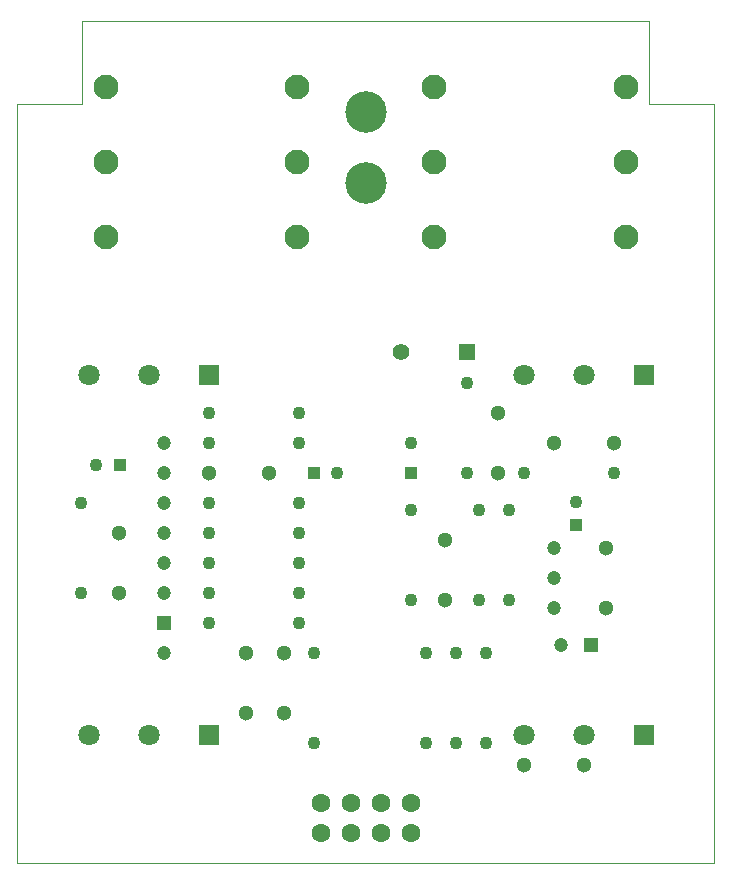
<source format=gts>
G75*
%MOIN*%
%OFA0B0*%
%FSLAX25Y25*%
%IPPOS*%
%LPD*%
%AMOC8*
5,1,8,0,0,1.08239X$1,22.5*
%
%ADD10C,0.08268*%
%ADD11C,0.05512*%
%ADD12R,0.05512X0.05512*%
%ADD13C,0.04724*%
%ADD14C,0.04331*%
%ADD15R,0.04331X0.04331*%
%ADD16C,0.05118*%
%ADD17R,0.04724X0.04724*%
%ADD18R,0.07087X0.07087*%
%ADD19C,0.07087*%
%ADD20C,0.13843*%
%ADD21C,0.06299*%
%ADD22C,0.00000*%
D10*
X0034425Y0215413D03*
X0034425Y0240413D03*
X0034425Y0265413D03*
X0098323Y0265413D03*
X0098323Y0240413D03*
X0098323Y0215413D03*
X0143926Y0215350D03*
X0143926Y0240350D03*
X0143926Y0265350D03*
X0207824Y0265350D03*
X0207824Y0240350D03*
X0207824Y0215350D03*
D11*
X0133000Y0176850D03*
D12*
X0154750Y0176850D03*
D13*
X0183750Y0111600D03*
X0183750Y0101600D03*
X0183750Y0091600D03*
X0186250Y0079100D03*
X0053750Y0076600D03*
X0053750Y0096600D03*
X0053750Y0106600D03*
X0053750Y0116600D03*
X0053750Y0126600D03*
X0053750Y0136600D03*
X0053750Y0146600D03*
D14*
X0068750Y0146600D03*
X0068750Y0156600D03*
X0068750Y0126600D03*
X0068750Y0116600D03*
X0068750Y0106600D03*
X0068750Y0096600D03*
X0068750Y0086600D03*
X0098750Y0086600D03*
X0098750Y0096600D03*
X0098750Y0106600D03*
X0098750Y0116600D03*
X0098750Y0126600D03*
X0111690Y0136600D03*
X0098750Y0146600D03*
X0098750Y0156600D03*
X0136250Y0146600D03*
X0136250Y0124100D03*
X0154750Y0136600D03*
X0158750Y0124100D03*
X0169000Y0124100D03*
X0173750Y0136600D03*
X0191250Y0127040D03*
X0203750Y0136600D03*
X0169000Y0094100D03*
X0158750Y0094100D03*
X0161250Y0076600D03*
X0151250Y0076600D03*
X0141250Y0076600D03*
X0136250Y0094100D03*
X0103750Y0076600D03*
X0103750Y0046600D03*
X0141250Y0046600D03*
X0151250Y0046600D03*
X0161250Y0046600D03*
X0154750Y0166600D03*
X0031310Y0139100D03*
X0026250Y0126600D03*
X0026250Y0096600D03*
D15*
X0039190Y0139100D03*
X0103810Y0136600D03*
X0136250Y0136600D03*
X0191250Y0119160D03*
D16*
X0201250Y0111600D03*
X0201250Y0091600D03*
X0165250Y0136600D03*
X0165250Y0156600D03*
X0183750Y0146600D03*
X0203750Y0146600D03*
X0147500Y0114100D03*
X0147500Y0094100D03*
X0173750Y0039100D03*
X0193750Y0039100D03*
X0093750Y0056600D03*
X0081250Y0056600D03*
X0081250Y0076600D03*
X0093750Y0076600D03*
X0088750Y0136600D03*
X0068750Y0136600D03*
X0038750Y0116600D03*
X0038750Y0096600D03*
D17*
X0053750Y0086600D03*
X0196250Y0079100D03*
D18*
X0213750Y0049163D03*
X0213750Y0169163D03*
X0068750Y0169163D03*
X0068750Y0049163D03*
D19*
X0048750Y0049163D03*
X0028750Y0049163D03*
X0028750Y0169163D03*
X0048750Y0169163D03*
X0173750Y0169163D03*
X0193750Y0169163D03*
X0193750Y0049163D03*
X0173750Y0049163D03*
D20*
X0121125Y0233238D03*
X0121125Y0256860D03*
D21*
X0116250Y0026600D03*
X0116250Y0016600D03*
X0106250Y0016600D03*
X0106250Y0026600D03*
X0126250Y0026600D03*
X0126250Y0016600D03*
X0136250Y0016600D03*
X0136250Y0026600D03*
D22*
X0237283Y0006600D02*
X0005000Y0006600D01*
X0005000Y0259631D01*
X0026654Y0259631D01*
X0026654Y0287191D01*
X0215630Y0287191D01*
X0215630Y0259631D01*
X0237283Y0259631D01*
X0237283Y0006600D01*
M02*

</source>
